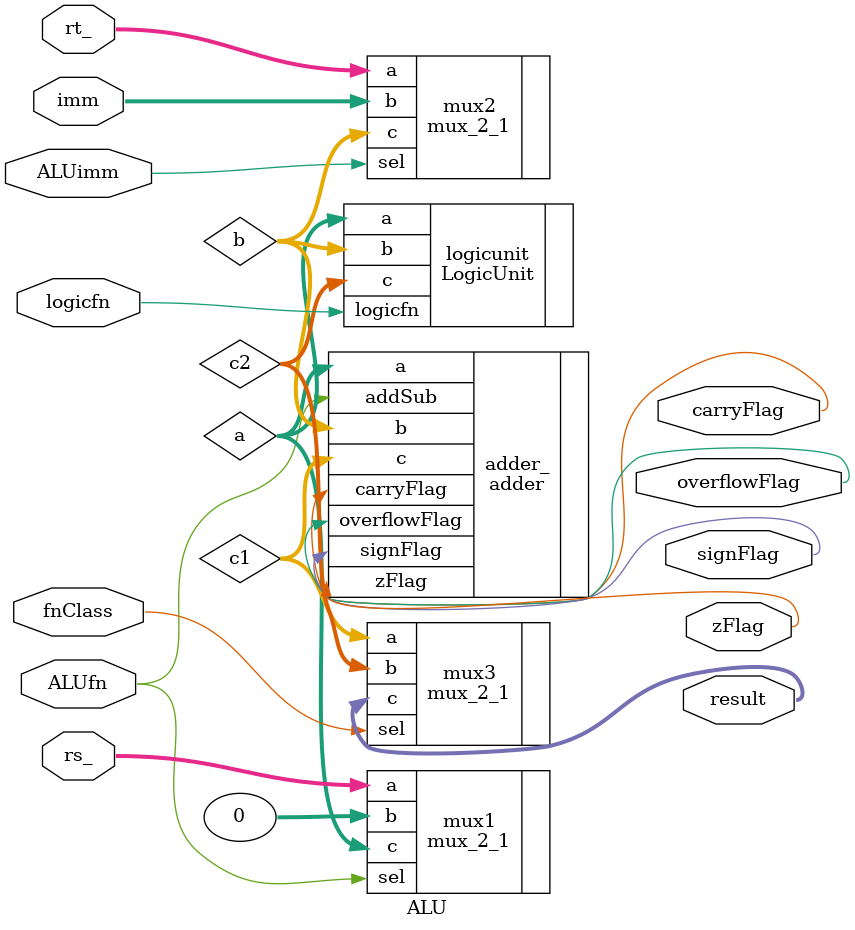
<source format=v>
`timescale 1ns / 1ps
module ALU(
		input[31:0] rs_,
		input[31:0] rt_,
		input[31:0] imm,
		input ALUimm,
		input ALUfn,
		input logicfn,
		input fnClass,
		output[31:0] result,
		output zFlag,
		output carryFlag,
		output signFlag,
		output overflowFlag
    );
wire[31:0] a,b,c1,c2;
mux_2_1 mux1(.a(rs_),.b(0),.sel(ALUfn),.c(a));
mux_2_1 mux2(.a(rt_),.b(imm),.sel(ALUimm),.c(b));
adder adder_(.a(a),.b(b),.addSub(ALUfn),.c(c1),.zFlag(zFlag),.carryFlag(carryFlag),.signFlag(signFlag),.overflowFlag(overflowFlag));
LogicUnit logicunit(.a(a),.b(b),.logicfn(logicfn),.c(c2));
mux_2_1 mux3(.a(c1),.b(c2),.sel(fnClass),.c(result));

endmodule

</source>
